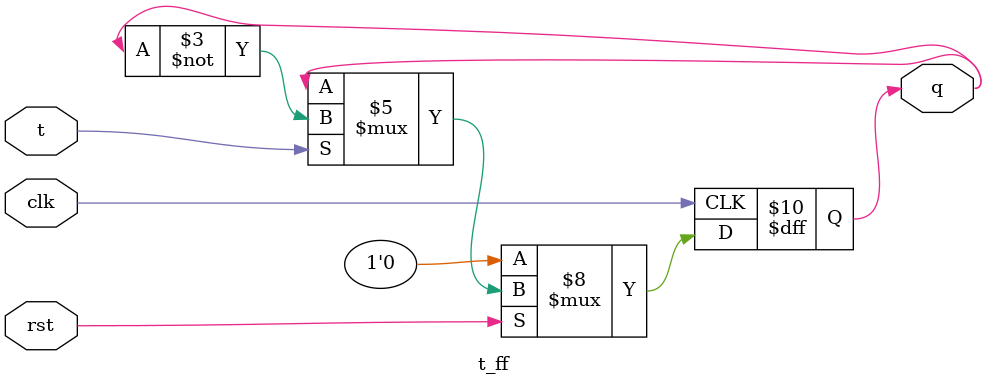
<source format=v>
module t_ff(input t,clk,rst,output reg q);

always @(posedge clk)
begin
    if(!rst)
        q <= 0;
    else
        if(t)
            q <= ~q;
        else
            q <= q;        
end
endmodule

</source>
